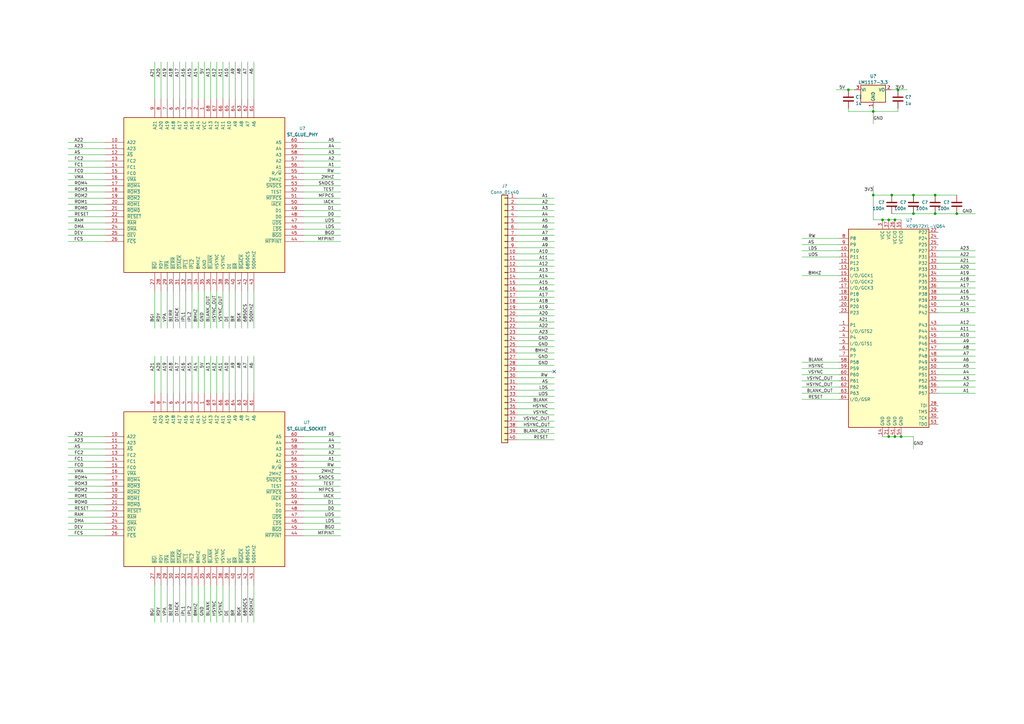
<source format=kicad_sch>
(kicad_sch (version 20211123) (generator eeschema)
  (paper "A3")
  (lib_symbols
    (symbol "CPLD_Xilinx:XC9572XL-VQ64"
      (property "Reference" "U" (at -16.51 40.64 0))
      (property "Value" "XC9572XL-VQ64" (at -16.51 -43.18 0))
      (symbol "XC9572XL-VQ64_1_1"
        (rectangle (start -16.51 39.37) (end 16.51 -41.91) (stroke (width 0.254)) (fill (type background)))
        (pin bidirectional line (at -20.32 0 0) (length 3.81) (name "P1") (number "1"))
        (pin bidirectional line (at -20.32 30.48 0) (length 3.81) (name "P10") (number "10"))
        (pin bidirectional line (at -20.32 27.94 0) (length 3.81) (name "P11") (number "11"))
        (pin bidirectional line (at -20.32 25.4 0) (length 3.81) (name "P12") (number "12"))
        (pin bidirectional line (at -20.32 22.86 0) (length 3.81) (name "P13") (number "13"))
        (pin power_in line (at -2.54 -45.72 90) (length 3.81) (name "GND") (number "14"))
        (pin bidirectional line (at -20.32 20.32 0) (length 3.81) (name "I/O/GCK1") (number "15"))
        (pin bidirectional line (at -20.32 17.78 0) (length 3.81) (name "I/O/GCK2") (number "16"))
        (pin bidirectional line (at -20.32 15.24 0) (length 3.81) (name "I/O/GCK3") (number "17"))
        (pin bidirectional line (at -20.32 12.7 0) (length 3.81) (name "P18") (number "18"))
        (pin bidirectional line (at -20.32 10.16 0) (length 3.81) (name "P19") (number "19"))
        (pin bidirectional line (at -20.32 -2.54 0) (length 3.81) (name "I/O/GTS2") (number "2"))
        (pin bidirectional line (at -20.32 7.62 0) (length 3.81) (name "P20") (number "20"))
        (pin power_in line (at 0 -45.72 90) (length 3.81) (name "GND") (number "21"))
        (pin bidirectional line (at 20.32 38.1 180) (length 3.81) (name "P22") (number "22"))
        (pin bidirectional line (at -20.32 5.08 0) (length 3.81) (name "P23") (number "23"))
        (pin bidirectional line (at 20.32 35.56 180) (length 3.81) (name "P24") (number "24"))
        (pin bidirectional line (at 20.32 33.02 180) (length 3.81) (name "P25") (number "25"))
        (pin power_in line (at 2.54 43.18 270) (length 3.81) (name "VCCIO") (number "26"))
        (pin bidirectional line (at 20.32 30.48 180) (length 3.81) (name "P27") (number "27"))
        (pin input line (at 20.32 -33.02 180) (length 3.81) (name "TDI") (number "28"))
        (pin input line (at 20.32 -35.56 180) (length 3.81) (name "TMS") (number "29"))
        (pin power_in line (at -2.54 43.18 270) (length 3.81) (name "VCC") (number "3"))
        (pin input line (at 20.32 -38.1 180) (length 3.81) (name "TCK") (number "30"))
        (pin bidirectional line (at 20.32 27.94 180) (length 3.81) (name "P31") (number "31"))
        (pin bidirectional line (at 20.32 25.4 180) (length 3.81) (name "P32") (number "32"))
        (pin bidirectional line (at 20.32 22.86 180) (length 3.81) (name "P33") (number "33"))
        (pin bidirectional line (at 20.32 20.32 180) (length 3.81) (name "P34") (number "34"))
        (pin bidirectional line (at 20.32 17.78 180) (length 3.81) (name "P35") (number "35"))
        (pin bidirectional line (at 20.32 15.24 180) (length 3.81) (name "P36") (number "36"))
        (pin power_in line (at 0 43.18 270) (length 3.81) (name "VCC") (number "37"))
        (pin bidirectional line (at 20.32 12.7 180) (length 3.81) (name "P38") (number "38"))
        (pin bidirectional line (at 20.32 10.16 180) (length 3.81) (name "P39") (number "39"))
        (pin bidirectional line (at -20.32 -5.08 0) (length 3.81) (name "P4") (number "4"))
        (pin bidirectional line (at 20.32 7.62 180) (length 3.81) (name "P40") (number "40"))
        (pin power_in line (at 2.54 -45.72 90) (length 3.81) (name "GND") (number "41"))
        (pin bidirectional line (at 20.32 5.08 180) (length 3.81) (name "P42") (number "42"))
        (pin bidirectional line (at 20.32 0 180) (length 3.81) (name "P43") (number "43"))
        (pin bidirectional line (at 20.32 -2.54 180) (length 3.81) (name "P44") (number "44"))
        (pin bidirectional line (at 20.32 -5.08 180) (length 3.81) (name "P45") (number "45"))
        (pin bidirectional line (at 20.32 -7.62 180) (length 3.81) (name "P46") (number "46"))
        (pin bidirectional line (at 20.32 -10.16 180) (length 3.81) (name "P47") (number "47"))
        (pin bidirectional line (at 20.32 -12.7 180) (length 3.81) (name "P48") (number "48"))
        (pin bidirectional line (at 20.32 -15.24 180) (length 3.81) (name "P49") (number "49"))
        (pin bidirectional line (at -20.32 -7.62 0) (length 3.81) (name "I/O/GTS1") (number "5"))
        (pin bidirectional line (at 20.32 -17.78 180) (length 3.81) (name "P50") (number "50"))
        (pin bidirectional line (at 20.32 -20.32 180) (length 3.81) (name "P51") (number "51"))
        (pin bidirectional line (at 20.32 -22.86 180) (length 3.81) (name "P52") (number "52"))
        (pin output line (at 20.32 -40.64 180) (length 3.81) (name "TDO") (number "53"))
        (pin power_in line (at 5.08 -45.72 90) (length 3.81) (name "GND") (number "54"))
        (pin power_in line (at 5.08 43.18 270) (length 3.81) (name "VCCIO") (number "55"))
        (pin bidirectional line (at 20.32 -25.4 180) (length 3.81) (name "P56") (number "56"))
        (pin bidirectional line (at 20.32 -27.94 180) (length 3.81) (name "P57") (number "57"))
        (pin bidirectional line (at -20.32 -15.24 0) (length 3.81) (name "P58") (number "58"))
        (pin bidirectional line (at -20.32 -17.78 0) (length 3.81) (name "P59") (number "59"))
        (pin bidirectional line (at -20.32 -10.16 0) (length 3.81) (name "P6") (number "6"))
        (pin bidirectional line (at -20.32 -20.32 0) (length 3.81) (name "P60") (number "60"))
        (pin bidirectional line (at -20.32 -22.86 0) (length 3.81) (name "P61") (number "61"))
        (pin bidirectional line (at -20.32 -25.4 0) (length 3.81) (name "P62") (number "62"))
        (pin bidirectional line (at -20.32 -27.94 0) (length 3.81) (name "P63") (number "63"))
        (pin bidirectional line (at -20.32 -30.48 0) (length 3.81) (name "I/O/GSR") (number "64"))
        (pin bidirectional line (at -20.32 -12.7 0) (length 3.81) (name "P7") (number "7"))
        (pin bidirectional line (at -20.32 35.56 0) (length 3.81) (name "P8") (number "8"))
        (pin bidirectional line (at -20.32 33.02 0) (length 3.81) (name "P9") (number "9"))
      )
    )
    (symbol "Connector_Generic:Conn_01x40" (pin_names (offset 1.016) hide)
      (property "Reference" "J" (at 0 50.8 0))
      (property "Value" "Conn_01x40" (at 0 -53.34 0))
      (symbol "Conn_01x40_1_1"
        (rectangle (start -1.27 -50.673) (end 0 -50.927) (stroke (width 0.1524)))
        (rectangle (start -1.27 -48.133) (end 0 -48.387) (stroke (width 0.1524)))
        (rectangle (start -1.27 -45.593) (end 0 -45.847) (stroke (width 0.1524)))
        (rectangle (start -1.27 -43.053) (end 0 -43.307) (stroke (width 0.1524)))
        (rectangle (start -1.27 -40.513) (end 0 -40.767) (stroke (width 0.1524)))
        (rectangle (start -1.27 -37.973) (end 0 -38.227) (stroke (width 0.1524)))
        (rectangle (start -1.27 -35.433) (end 0 -35.687) (stroke (width 0.1524)))
        (rectangle (start -1.27 -32.893) (end 0 -33.147) (stroke (width 0.1524)))
        (rectangle (start -1.27 -30.353) (end 0 -30.607) (stroke (width 0.1524)))
        (rectangle (start -1.27 -27.813) (end 0 -28.067) (stroke (width 0.1524)))
        (rectangle (start -1.27 -25.273) (end 0 -25.527) (stroke (width 0.1524)))
        (rectangle (start -1.27 -22.733) (end 0 -22.987) (stroke (width 0.1524)))
        (rectangle (start -1.27 -20.193) (end 0 -20.447) (stroke (width 0.1524)))
        (rectangle (start -1.27 -17.653) (end 0 -17.907) (stroke (width 0.1524)))
        (rectangle (start -1.27 -15.113) (end 0 -15.367) (stroke (width 0.1524)))
        (rectangle (start -1.27 -12.573) (end 0 -12.827) (stroke (width 0.1524)))
        (rectangle (start -1.27 -10.033) (end 0 -10.287) (stroke (width 0.1524)))
        (rectangle (start -1.27 -7.493) (end 0 -7.747) (stroke (width 0.1524)))
        (rectangle (start -1.27 -4.953) (end 0 -5.207) (stroke (width 0.1524)))
        (rectangle (start -1.27 -2.413) (end 0 -2.667) (stroke (width 0.1524)))
        (rectangle (start -1.27 0.127) (end 0 -0.127) (stroke (width 0.1524)))
        (rectangle (start -1.27 2.667) (end 0 2.413) (stroke (width 0.1524)))
        (rectangle (start -1.27 5.207) (end 0 4.953) (stroke (width 0.1524)))
        (rectangle (start -1.27 7.747) (end 0 7.493) (stroke (width 0.1524)))
        (rectangle (start -1.27 10.287) (end 0 10.033) (stroke (width 0.1524)))
        (rectangle (start -1.27 12.827) (end 0 12.573) (stroke (width 0.1524)))
        (rectangle (start -1.27 15.367) (end 0 15.113) (stroke (width 0.1524)))
        (rectangle (start -1.27 17.907) (end 0 17.653) (stroke (width 0.1524)))
        (rectangle (start -1.27 20.447) (end 0 20.193) (stroke (width 0.1524)))
        (rectangle (start -1.27 22.987) (end 0 22.733) (stroke (width 0.1524)))
        (rectangle (start -1.27 25.527) (end 0 25.273) (stroke (width 0.1524)))
        (rectangle (start -1.27 28.067) (end 0 27.813) (stroke (width 0.1524)))
        (rectangle (start -1.27 30.607) (end 0 30.353) (stroke (width 0.1524)))
        (rectangle (start -1.27 33.147) (end 0 32.893) (stroke (width 0.1524)))
        (rectangle (start -1.27 35.687) (end 0 35.433) (stroke (width 0.1524)))
        (rectangle (start -1.27 38.227) (end 0 37.973) (stroke (width 0.1524)))
        (rectangle (start -1.27 40.767) (end 0 40.513) (stroke (width 0.1524)))
        (rectangle (start -1.27 43.307) (end 0 43.053) (stroke (width 0.1524)))
        (rectangle (start -1.27 45.847) (end 0 45.593) (stroke (width 0.1524)))
        (rectangle (start -1.27 48.387) (end 0 48.133) (stroke (width 0.1524)))
        (rectangle (start -1.27 49.53) (end 1.27 -52.07) (stroke (width 0.254)) (fill (type background)))
        (pin passive line (at -5.08 48.26 0) (length 3.81) (name "Pin_1") (number "1"))
        (pin passive line (at -5.08 25.4 0) (length 3.81) (name "Pin_10") (number "10"))
        (pin passive line (at -5.08 22.86 0) (length 3.81) (name "Pin_11") (number "11"))
        (pin passive line (at -5.08 20.32 0) (length 3.81) (name "Pin_12") (number "12"))
        (pin passive line (at -5.08 17.78 0) (length 3.81) (name "Pin_13") (number "13"))
        (pin passive line (at -5.08 15.24 0) (length 3.81) (name "Pin_14") (number "14"))
        (pin passive line (at -5.08 12.7 0) (length 3.81) (name "Pin_15") (number "15"))
        (pin passive line (at -5.08 10.16 0) (length 3.81) (name "Pin_16") (number "16"))
        (pin passive line (at -5.08 7.62 0) (length 3.81) (name "Pin_17") (number "17"))
        (pin passive line (at -5.08 5.08 0) (length 3.81) (name "Pin_18") (number "18"))
        (pin passive line (at -5.08 2.54 0) (length 3.81) (name "Pin_19") (number "19"))
        (pin passive line (at -5.08 45.72 0) (length 3.81) (name "Pin_2") (number "2"))
        (pin passive line (at -5.08 0 0) (length 3.81) (name "Pin_20") (number "20"))
        (pin passive line (at -5.08 -2.54 0) (length 3.81) (name "Pin_21") (number "21"))
        (pin passive line (at -5.08 -5.08 0) (length 3.81) (name "Pin_22") (number "22"))
        (pin passive line (at -5.08 -7.62 0) (length 3.81) (name "Pin_23") (number "23"))
        (pin passive line (at -5.08 -10.16 0) (length 3.81) (name "Pin_24") (number "24"))
        (pin passive line (at -5.08 -12.7 0) (length 3.81) (name "Pin_25") (number "25"))
        (pin passive line (at -5.08 -15.24 0) (length 3.81) (name "Pin_26") (number "26"))
        (pin passive line (at -5.08 -17.78 0) (length 3.81) (name "Pin_27") (number "27"))
        (pin passive line (at -5.08 -20.32 0) (length 3.81) (name "Pin_28") (number "28"))
        (pin passive line (at -5.08 -22.86 0) (length 3.81) (name "Pin_29") (number "29"))
        (pin passive line (at -5.08 43.18 0) (length 3.81) (name "Pin_3") (number "3"))
        (pin passive line (at -5.08 -25.4 0) (length 3.81) (name "Pin_30") (number "30"))
        (pin passive line (at -5.08 -27.94 0) (length 3.81) (name "Pin_31") (number "31"))
        (pin passive line (at -5.08 -30.48 0) (length 3.81) (name "Pin_32") (number "32"))
        (pin passive line (at -5.08 -33.02 0) (length 3.81) (name "Pin_33") (number "33"))
        (pin passive line (at -5.08 -35.56 0) (length 3.81) (name "Pin_34") (number "34"))
        (pin passive line (at -5.08 -38.1 0) (length 3.81) (name "Pin_35") (number "35"))
        (pin passive line (at -5.08 -40.64 0) (length 3.81) (name "Pin_36") (number "36"))
        (pin passive line (at -5.08 -43.18 0) (length 3.81) (name "Pin_37") (number "37"))
        (pin passive line (at -5.08 -45.72 0) (length 3.81) (name "Pin_38") (number "38"))
        (pin passive line (at -5.08 -48.26 0) (length 3.81) (name "Pin_39") (number "39"))
        (pin passive line (at -5.08 40.64 0) (length 3.81) (name "Pin_4") (number "4"))
        (pin passive line (at -5.08 -50.8 0) (length 3.81) (name "Pin_40") (number "40"))
        (pin passive line (at -5.08 38.1 0) (length 3.81) (name "Pin_5") (number "5"))
        (pin passive line (at -5.08 35.56 0) (length 3.81) (name "Pin_6") (number "6"))
        (pin passive line (at -5.08 33.02 0) (length 3.81) (name "Pin_7") (number "7"))
        (pin passive line (at -5.08 30.48 0) (length 3.81) (name "Pin_8") (number "8"))
        (pin passive line (at -5.08 27.94 0) (length 3.81) (name "Pin_9") (number "9"))
      )
    )
    (symbol "Device:C" (pin_numbers hide) (pin_names (offset 0.254))
      (property "Reference" "C" (at 0.635 2.54 0))
      (property "Value" "C" (at 0.635 -2.54 0))
      (symbol "C_0_1"
        (polyline (pts (xy -2.032 -0.762) (xy 2.032 -0.762)) (stroke (width 0.508)))
        (polyline (pts (xy -2.032 0.762) (xy 2.032 0.762)) (stroke (width 0.508)))
      )
      (symbol "C_1_1"
        (pin passive line (at 0 3.81 270) (length 2.794) (name "~") (number "1"))
        (pin passive line (at 0 -3.81 90) (length 2.794) (name "~") (number "2"))
      )
    )
    (symbol "Regulator_Linear:LM1117-3.3" (pin_names (offset 0.254))
      (property "Reference" "U" (at -3.81 3.175 0))
      (property "Value" "LM1117-3.3" (at 0 3.175 0))
      (symbol "LM1117-3.3_0_1"
        (rectangle (start -5.08 -5.08) (end 5.08 1.905) (stroke (width 0.254)) (fill (type background)))
      )
      (symbol "LM1117-3.3_1_1"
        (pin power_in line (at 0 -7.62 90) (length 2.54) (name "GND") (number "1"))
        (pin power_out line (at 7.62 0 180) (length 2.54) (name "VO") (number "2"))
        (pin power_in line (at -7.62 0 0) (length 2.54) (name "VI") (number "3"))
      )
    )
    (symbol "st_glue:ST_GLUE_PHY" (pin_names (offset 1.27))
      (property "Reference" "U" (at 22.86 36.83 0))
      (property "Value" "ST_GLUE_PHY" (at 22.86 34.29 0))
      (symbol "ST_GLUE_PHY_0_0"
        (rectangle (start -33.02 31.75) (end 33.02 -31.75) (stroke (width 0.254)) (fill (type background)))
        (pin power_in line (at 0 39.37 270) (length 7.62) (name "VCC") (number "1"))
        (pin input line (at -40.64 21.59 0) (length 7.62) (name "A22") (number "10"))
        (pin input line (at -40.64 19.05 0) (length 7.62) (name "A23") (number "11"))
        (pin bidirectional line (at -40.64 16.51 0) (length 7.62) (name "~{AS}") (number "12"))
        (pin bidirectional line (at -40.64 13.97 0) (length 7.62) (name "FC2") (number "13"))
        (pin bidirectional line (at -40.64 11.43 0) (length 7.62) (name "FC1") (number "14"))
        (pin bidirectional line (at -40.64 8.89 0) (length 7.62) (name "FC0") (number "15"))
        (pin input line (at -40.64 6.35 0) (length 7.62) (name "~{VMA}") (number "16"))
        (pin output line (at -40.64 3.81 0) (length 7.62) (name "~{ROM4}") (number "17"))
        (pin output line (at -40.64 1.27 0) (length 7.62) (name "~{ROM3}") (number "18"))
        (pin output line (at -40.64 -1.27 0) (length 7.62) (name "~{ROM2}") (number "19"))
        (pin input line (at -2.54 39.37 270) (length 7.62) (name "A14") (number "2"))
        (pin output line (at -40.64 -3.81 0) (length 7.62) (name "~{ROM1}") (number "20"))
        (pin output line (at -40.64 -6.35 0) (length 7.62) (name "~{ROM0}") (number "21"))
        (pin input line (at -40.64 -8.89 0) (length 7.62) (name "~{RESET}") (number "22"))
        (pin output line (at -40.64 -11.43 0) (length 7.62) (name "~{RAM}") (number "23"))
        (pin output line (at -40.64 -13.97 0) (length 7.62) (name "~{DMA}") (number "24"))
        (pin output line (at -40.64 -16.51 0) (length 7.62) (name "~{DEV}") (number "25"))
        (pin output line (at -40.64 -19.05 0) (length 7.62) (name "~{FCS}") (number "26"))
        (pin input line (at -20.32 -39.37 90) (length 7.62) (name "~{BGI}") (number "27"))
        (pin bidirectional line (at -17.78 -39.37 90) (length 7.62) (name "RDY") (number "28"))
        (pin output line (at -15.24 -39.37 90) (length 7.62) (name "~{VPA}") (number "29"))
        (pin input line (at -5.08 39.37 270) (length 7.62) (name "A15") (number "3"))
        (pin output line (at -12.7 -39.37 90) (length 7.62) (name "~{BERR}") (number "30"))
        (pin bidirectional line (at -10.16 -39.37 90) (length 7.62) (name "~{DTACK}") (number "31"))
        (pin output line (at -7.62 -39.37 90) (length 7.62) (name "~{IPL1}") (number "32"))
        (pin output line (at -5.08 -39.37 90) (length 7.62) (name "~{IPL2}") (number "33"))
        (pin input line (at -2.54 -39.37 90) (length 7.62) (name "8MHZ") (number "34"))
        (pin power_in line (at 0 -39.37 90) (length 7.62) (name "GND") (number "35"))
        (pin output line (at 2.54 -39.37 90) (length 7.62) (name "~{BLANK}") (number "36"))
        (pin bidirectional line (at 5.08 -39.37 90) (length 7.62) (name "HSYNC") (number "37"))
        (pin bidirectional line (at 7.62 -39.37 90) (length 7.62) (name "VSYNC") (number "38"))
        (pin output line (at 10.16 -39.37 90) (length 7.62) (name "DE") (number "39"))
        (pin input line (at -7.62 39.37 270) (length 7.62) (name "A16") (number "4"))
        (pin output line (at 12.7 -39.37 90) (length 7.62) (name "~{BR}") (number "40"))
        (pin output line (at 15.24 -39.37 90) (length 7.62) (name "~{BGACK}") (number "41"))
        (pin output line (at 17.78 -39.37 90) (length 7.62) (name "6850CS") (number "42"))
        (pin output line (at 20.32 -39.37 90) (length 7.62) (name "500KHZ") (number "43"))
        (pin input line (at 40.64 -19.05 180) (length 7.62) (name "~{MFPINT}") (number "44"))
        (pin output line (at 40.64 -16.51 180) (length 7.62) (name "~{BGO}") (number "45"))
        (pin bidirectional line (at 40.64 -13.97 180) (length 7.62) (name "~{LDS}") (number "46"))
        (pin bidirectional line (at 40.64 -11.43 180) (length 7.62) (name "~{UDS}") (number "47"))
        (pin bidirectional line (at 40.64 -8.89 180) (length 7.62) (name "D0") (number "48"))
        (pin bidirectional line (at 40.64 -6.35 180) (length 7.62) (name "D1") (number "49"))
        (pin input line (at -10.16 39.37 270) (length 7.62) (name "A17") (number "5"))
        (pin output line (at 40.64 -3.81 180) (length 7.62) (name "~{IACK}") (number "50"))
        (pin output line (at 40.64 -1.27 180) (length 7.62) (name "~{MFPCS}") (number "51"))
        (pin input line (at 40.64 1.27 180) (length 7.62) (name "TEST") (number "52"))
        (pin output line (at 40.64 3.81 180) (length 7.62) (name "~{SNDCS}") (number "53"))
        (pin output line (at 40.64 6.35 180) (length 7.62) (name "2MHZ") (number "54"))
        (pin bidirectional line (at 40.64 8.89 180) (length 7.62) (name "R/~{W}") (number "55"))
        (pin input line (at 40.64 11.43 180) (length 7.62) (name "A1") (number "56"))
        (pin input line (at 40.64 13.97 180) (length 7.62) (name "A2") (number "57"))
        (pin input line (at 40.64 16.51 180) (length 7.62) (name "A3") (number "58"))
        (pin input line (at 40.64 19.05 180) (length 7.62) (name "A4") (number "59"))
        (pin input line (at -12.7 39.37 270) (length 7.62) (name "A18") (number "6"))
        (pin input line (at 40.64 21.59 180) (length 7.62) (name "A5") (number "60"))
        (pin input line (at 20.32 39.37 270) (length 7.62) (name "A6") (number "61"))
        (pin input line (at 17.78 39.37 270) (length 7.62) (name "A7") (number "62"))
        (pin input line (at 15.24 39.37 270) (length 7.62) (name "A8") (number "63"))
        (pin input line (at 12.7 39.37 270) (length 7.62) (name "A9") (number "64"))
        (pin input line (at 10.16 39.37 270) (length 7.62) (name "A10") (number "65"))
        (pin input line (at 7.62 39.37 270) (length 7.62) (name "A11") (number "66"))
        (pin input line (at 5.08 39.37 270) (length 7.62) (name "A12") (number "67"))
        (pin input line (at 2.54 39.37 270) (length 7.62) (name "A13") (number "68"))
        (pin input line (at -15.24 39.37 270) (length 7.62) (name "A19") (number "7"))
        (pin input line (at -17.78 39.37 270) (length 7.62) (name "A20") (number "8"))
        (pin input line (at -20.32 39.37 270) (length 7.62) (name "A21") (number "9"))
      )
    )
    (symbol "st_glue:ST_GLUE_SOCKET" (pin_names (offset 1.27))
      (property "Reference" "U" (at 22.86 36.83 0))
      (property "Value" "ST_GLUE_SOCKET" (at 22.86 34.29 0))
      (symbol "ST_GLUE_SOCKET_0_0"
        (rectangle (start -33.02 31.75) (end 33.02 -31.75) (stroke (width 0.254)) (fill (type background)))
        (pin passive line (at 0 39.37 270) (length 7.62) (name "VCC") (number "1"))
        (pin passive line (at -40.64 21.59 0) (length 7.62) (name "A22") (number "10"))
        (pin passive line (at -40.64 19.05 0) (length 7.62) (name "A23") (number "11"))
        (pin passive line (at -40.64 16.51 0) (length 7.62) (name "~{AS}") (number "12"))
        (pin passive line (at -40.64 13.97 0) (length 7.62) (name "FC2") (number "13"))
        (pin passive line (at -40.64 11.43 0) (length 7.62) (name "FC1") (number "14"))
        (pin passive line (at -40.64 8.89 0) (length 7.62) (name "FC0") (number "15"))
        (pin passive line (at -40.64 6.35 0) (length 7.62) (name "~{VMA}") (number "16"))
        (pin passive line (at -40.64 3.81 0) (length 7.62) (name "~{ROM4}") (number "17"))
        (pin passive line (at -40.64 1.27 0) (length 7.62) (name "~{ROM3}") (number "18"))
        (pin passive line (at -40.64 -1.27 0) (length 7.62) (name "~{ROM2}") (number "19"))
        (pin passive line (at -2.54 39.37 270) (length 7.62) (name "A14") (number "2"))
        (pin passive line (at -40.64 -3.81 0) (length 7.62) (name "~{ROM1}") (number "20"))
        (pin passive line (at -40.64 -6.35 0) (length 7.62) (name "~{ROM0}") (number "21"))
        (pin passive line (at -40.64 -8.89 0) (length 7.62) (name "~{RESET}") (number "22"))
        (pin passive line (at -40.64 -11.43 0) (length 7.62) (name "~{RAM}") (number "23"))
        (pin passive line (at -40.64 -13.97 0) (length 7.62) (name "~{DMA}") (number "24"))
        (pin passive line (at -40.64 -16.51 0) (length 7.62) (name "~{DEV}") (number "25"))
        (pin passive line (at -40.64 -19.05 0) (length 7.62) (name "~{FCS}") (number "26"))
        (pin passive line (at -20.32 -39.37 90) (length 7.62) (name "~{BGI}") (number "27"))
        (pin passive line (at -17.78 -39.37 90) (length 7.62) (name "RDY") (number "28"))
        (pin passive line (at -15.24 -39.37 90) (length 7.62) (name "~{VPA}") (number "29"))
        (pin passive line (at -5.08 39.37 270) (length 7.62) (name "A15") (number "3"))
        (pin passive line (at -12.7 -39.37 90) (length 7.62) (name "~{BERR}") (number "30"))
        (pin passive line (at -10.16 -39.37 90) (length 7.62) (name "~{DTACK}") (number "31"))
        (pin passive line (at -7.62 -39.37 90) (length 7.62) (name "~{IPL1}") (number "32"))
        (pin passive line (at -5.08 -39.37 90) (length 7.62) (name "~{IPL2}") (number "33"))
        (pin passive line (at -2.54 -39.37 90) (length 7.62) (name "8MHZ") (number "34"))
        (pin passive line (at 0 -39.37 90) (length 7.62) (name "GND") (number "35"))
        (pin passive line (at 2.54 -39.37 90) (length 7.62) (name "~{BLANK}") (number "36"))
        (pin passive line (at 5.08 -39.37 90) (length 7.62) (name "HSYNC") (number "37"))
        (pin passive line (at 7.62 -39.37 90) (length 7.62) (name "VSYNC") (number "38"))
        (pin passive line (at 10.16 -39.37 90) (length 7.62) (name "DE") (number "39"))
        (pin passive line (at -7.62 39.37 270) (length 7.62) (name "A16") (number "4"))
        (pin passive line (at 12.7 -39.37 90) (length 7.62) (name "~{BR}") (number "40"))
        (pin passive line (at 15.24 -39.37 90) (length 7.62) (name "~{BGACK}") (number "41"))
        (pin passive line (at 17.78 -39.37 90) (length 7.62) (name "6850CS") (number "42"))
        (pin passive line (at 20.32 -39.37 90) (length 7.62) (name "500KHZ") (number "43"))
        (pin passive line (at 40.64 -19.05 180) (length 7.62) (name "~{MFPINT}") (number "44"))
        (pin passive line (at 40.64 -16.51 180) (length 7.62) (name "~{BGO}") (number "45"))
        (pin passive line (at 40.64 -13.97 180) (length 7.62) (name "~{LDS}") (number "46"))
        (pin passive line (at 40.64 -11.43 180) (length 7.62) (name "~{UDS}") (number "47"))
        (pin passive line (at 40.64 -8.89 180) (length 7.62) (name "D0") (number "48"))
        (pin passive line (at 40.64 -6.35 180) (length 7.62) (name "D1") (number "49"))
        (pin passive line (at -10.16 39.37 270) (length 7.62) (name "A17") (number "5"))
        (pin passive line (at 40.64 -3.81 180) (length 7.62) (name "~{IACK}") (number "50"))
        (pin passive line (at 40.64 -1.27 180) (length 7.62) (name "~{MFPCS}") (number "51"))
        (pin passive line (at 40.64 1.27 180) (length 7.62) (name "TEST") (number "52"))
        (pin passive line (at 40.64 3.81 180) (length 7.62) (name "~{SNDCS}") (number "53"))
        (pin passive line (at 40.64 6.35 180) (length 7.62) (name "2MHZ") (number "54"))
        (pin passive line (at 40.64 8.89 180) (length 7.62) (name "R/~{W}") (number "55"))
        (pin passive line (at 40.64 11.43 180) (length 7.62) (name "A1") (number "56"))
        (pin passive line (at 40.64 13.97 180) (length 7.62) (name "A2") (number "57"))
        (pin passive line (at 40.64 16.51 180) (length 7.62) (name "A3") (number "58"))
        (pin passive line (at 40.64 19.05 180) (length 7.62) (name "A4") (number "59"))
        (pin passive line (at -12.7 39.37 270) (length 7.62) (name "A18") (number "6"))
        (pin passive line (at 40.64 21.59 180) (length 7.62) (name "A5") (number "60"))
        (pin passive line (at 20.32 39.37 270) (length 7.62) (name "A6") (number "61"))
        (pin passive line (at 17.78 39.37 270) (length 7.62) (name "A7") (number "62"))
        (pin passive line (at 15.24 39.37 270) (length 7.62) (name "A8") (number "63"))
        (pin passive line (at 12.7 39.37 270) (length 7.62) (name "A9") (number "64"))
        (pin passive line (at 10.16 39.37 270) (length 7.62) (name "A10") (number "65"))
        (pin passive line (at 7.62 39.37 270) (length 7.62) (name "A11") (number "66"))
        (pin passive line (at 5.08 39.37 270) (length 7.62) (name "A12") (number "67"))
        (pin passive line (at 2.54 39.37 270) (length 7.62) (name "A13") (number "68"))
        (pin passive line (at -15.24 39.37 270) (length 7.62) (name "A19") (number "7"))
        (pin passive line (at -17.78 39.37 270) (length 7.62) (name "A20") (number "8"))
        (pin passive line (at -20.32 39.37 270) (length 7.62) (name "A21") (number "9"))
      )
    )
  )
  (junction (at 364.49 179.07))
  (junction (at 374.65 80.01))
  (junction (at 364.49 90.17))
  (junction (at 374.65 87.63))
  (junction (at 358.14 80.01))
  (junction (at 367.03 179.07))
  (junction (at 358.14 45.72))
  (junction (at 367.03 90.17))
  (junction (at 347.98 36.83))
  (junction (at 392.43 87.63))
  (junction (at 368.3 36.83))
  (junction (at 369.57 179.07))
  (junction (at 365.76 80.01))
  (junction (at 383.54 80.01))
  (junction (at 361.95 90.17))
  (junction (at 383.54 87.63))
  (no_connect (at 227.33 152.4))
  (wire (pts (xy 227.33 177.8) (xy 212.09 177.8)))
  (wire (pts (xy 367.03 90.17) (xy 364.49 90.17)))
  (wire (pts (xy 101.6 161.29) (xy 101.6 146.05)))
  (wire (pts (xy 124.46 212.09) (xy 139.7 212.09)))
  (wire (pts (xy 81.28 161.29) (xy 81.28 146.05)))
  (wire (pts (xy 124.46 204.47) (xy 139.7 204.47)))
  (wire (pts (xy 124.46 199.39) (xy 139.7 199.39)))
  (wire (pts (xy 364.49 179.07) (xy 367.03 179.07)))
  (wire (pts (xy 328.93 156.21) (xy 344.17 156.21)))
  (wire (pts (xy 27.94 214.63) (xy 43.18 214.63)))
  (wire (pts (xy 88.9 240.03) (xy 88.9 255.27)))
  (wire (pts (xy 384.81 113.03) (xy 400.05 113.03)))
  (wire (pts (xy 91.44 119.38) (xy 91.44 134.62)))
  (wire (pts (xy 78.74 161.29) (xy 78.74 146.05)))
  (wire (pts (xy 78.74 240.03) (xy 78.74 255.27)))
  (wire (pts (xy 88.9 119.38) (xy 88.9 134.62)))
  (wire (pts (xy 101.6 40.64) (xy 101.6 25.4)))
  (wire (pts (xy 384.81 102.87) (xy 400.05 102.87)))
  (wire (pts (xy 93.98 40.64) (xy 93.98 25.4)))
  (wire (pts (xy 212.09 147.32) (xy 227.33 147.32)))
  (wire (pts (xy 43.18 81.28) (xy 27.94 81.28)))
  (wire (pts (xy 83.82 240.03) (xy 83.82 255.27)))
  (wire (pts (xy 124.46 86.36) (xy 139.7 86.36)))
  (wire (pts (xy 124.46 71.12) (xy 139.7 71.12)))
  (wire (pts (xy 83.82 119.38) (xy 83.82 134.62)))
  (wire (pts (xy 358.14 44.45) (xy 358.14 45.72)))
  (wire (pts (xy 63.5 40.64) (xy 63.5 25.4)))
  (wire (pts (xy 86.36 161.29) (xy 86.36 146.05)))
  (wire (pts (xy 71.12 119.38) (xy 71.12 134.62)))
  (wire (pts (xy 124.46 68.58) (xy 139.7 68.58)))
  (wire (pts (xy 76.2 161.29) (xy 76.2 146.05)))
  (wire (pts (xy 43.18 191.77) (xy 27.94 191.77)))
  (wire (pts (xy 369.57 90.17) (xy 367.03 90.17)))
  (wire (pts (xy 374.65 87.63) (xy 365.76 87.63)))
  (wire (pts (xy 344.17 105.41) (xy 328.93 105.41)))
  (wire (pts (xy 358.14 45.72) (xy 358.14 50.8)))
  (wire (pts (xy 43.18 68.58) (xy 27.94 68.58)))
  (wire (pts (xy 212.09 101.6) (xy 227.33 101.6)))
  (wire (pts (xy 384.81 146.05) (xy 400.05 146.05)))
  (wire (pts (xy 212.09 124.46) (xy 227.33 124.46)))
  (wire (pts (xy 71.12 40.64) (xy 71.12 25.4)))
  (wire (pts (xy 212.09 152.4) (xy 227.33 152.4)))
  (wire (pts (xy 212.09 167.64) (xy 227.33 167.64)))
  (wire (pts (xy 212.09 116.84) (xy 227.33 116.84)))
  (wire (pts (xy 86.36 119.38) (xy 86.36 134.62)))
  (wire (pts (xy 27.94 99.06) (xy 43.18 99.06)))
  (wire (pts (xy 124.46 73.66) (xy 139.7 73.66)))
  (wire (pts (xy 344.17 151.13) (xy 328.93 151.13)))
  (wire (pts (xy 212.09 149.86) (xy 227.33 149.86)))
  (wire (pts (xy 212.09 114.3) (xy 227.33 114.3)))
  (wire (pts (xy 27.94 91.44) (xy 43.18 91.44)))
  (wire (pts (xy 400.05 87.63) (xy 392.43 87.63)))
  (wire (pts (xy 384.81 158.75) (xy 400.05 158.75)))
  (wire (pts (xy 104.14 119.38) (xy 104.14 134.62)))
  (wire (pts (xy 392.43 87.63) (xy 383.54 87.63)))
  (wire (pts (xy 43.18 86.36) (xy 27.94 86.36)))
  (wire (pts (xy 96.52 119.38) (xy 96.52 134.62)))
  (wire (pts (xy 212.09 132.08) (xy 227.33 132.08)))
  (wire (pts (xy 344.17 148.59) (xy 328.93 148.59)))
  (wire (pts (xy 358.14 45.72) (xy 347.98 45.72)))
  (wire (pts (xy 71.12 240.03) (xy 71.12 255.27)))
  (wire (pts (xy 43.18 184.15) (xy 27.94 184.15)))
  (wire (pts (xy 124.46 219.71) (xy 139.7 219.71)))
  (wire (pts (xy 344.17 102.87) (xy 328.93 102.87)))
  (wire (pts (xy 27.94 217.17) (xy 43.18 217.17)))
  (wire (pts (xy 344.17 97.79) (xy 328.93 97.79)))
  (wire (pts (xy 328.93 158.75) (xy 344.17 158.75)))
  (wire (pts (xy 43.18 181.61) (xy 27.94 181.61)))
  (wire (pts (xy 104.14 40.64) (xy 104.14 25.4)))
  (wire (pts (xy 384.81 156.21) (xy 400.05 156.21)))
  (wire (pts (xy 124.46 189.23) (xy 139.7 189.23)))
  (wire (pts (xy 212.09 137.16) (xy 227.33 137.16)))
  (wire (pts (xy 124.46 217.17) (xy 139.7 217.17)))
  (wire (pts (xy 43.18 186.69) (xy 27.94 186.69)))
  (wire (pts (xy 124.46 186.69) (xy 139.7 186.69)))
  (wire (pts (xy 73.66 40.64) (xy 73.66 25.4)))
  (wire (pts (xy 358.14 76.2) (xy 358.14 80.01)))
  (wire (pts (xy 383.54 80.01) (xy 374.65 80.01)))
  (wire (pts (xy 212.09 160.02) (xy 227.33 160.02)))
  (wire (pts (xy 212.09 121.92) (xy 227.33 121.92)))
  (wire (pts (xy 68.58 240.03) (xy 68.58 255.27)))
  (wire (pts (xy 124.46 58.42) (xy 139.7 58.42)))
  (wire (pts (xy 81.28 240.03) (xy 81.28 255.27)))
  (wire (pts (xy 124.46 78.74) (xy 139.7 78.74)))
  (wire (pts (xy 86.36 40.64) (xy 86.36 25.4)))
  (wire (pts (xy 27.94 209.55) (xy 43.18 209.55)))
  (wire (pts (xy 68.58 40.64) (xy 68.58 25.4)))
  (wire (pts (xy 212.09 104.14) (xy 227.33 104.14)))
  (wire (pts (xy 83.82 161.29) (xy 83.82 146.05)))
  (wire (pts (xy 392.43 80.01) (xy 383.54 80.01)))
  (wire (pts (xy 212.09 165.1) (xy 227.33 165.1)))
  (wire (pts (xy 101.6 119.38) (xy 101.6 134.62)))
  (wire (pts (xy 227.33 172.72) (xy 212.09 172.72)))
  (wire (pts (xy 124.46 91.44) (xy 139.7 91.44)))
  (wire (pts (xy 96.52 40.64) (xy 96.52 25.4)))
  (wire (pts (xy 88.9 161.29) (xy 88.9 146.05)))
  (wire (pts (xy 43.18 63.5) (xy 27.94 63.5)))
  (wire (pts (xy 43.18 78.74) (xy 27.94 78.74)))
  (wire (pts (xy 124.46 76.2) (xy 139.7 76.2)))
  (wire (pts (xy 66.04 161.29) (xy 66.04 146.05)))
  (wire (pts (xy 96.52 161.29) (xy 96.52 146.05)))
  (wire (pts (xy 212.09 162.56) (xy 227.33 162.56)))
  (wire (pts (xy 212.09 127) (xy 227.33 127)))
  (wire (pts (xy 99.06 119.38) (xy 99.06 134.62)))
  (wire (pts (xy 384.81 105.41) (xy 400.05 105.41)))
  (wire (pts (xy 212.09 91.44) (xy 227.33 91.44)))
  (wire (pts (xy 384.81 110.49) (xy 400.05 110.49)))
  (wire (pts (xy 27.94 219.71) (xy 43.18 219.71)))
  (wire (pts (xy 367.03 179.07) (xy 369.57 179.07)))
  (wire (pts (xy 212.09 129.54) (xy 227.33 129.54)))
  (wire (pts (xy 43.18 201.93) (xy 27.94 201.93)))
  (wire (pts (xy 212.09 157.48) (xy 227.33 157.48)))
  (wire (pts (xy 384.81 135.89) (xy 400.05 135.89)))
  (wire (pts (xy 93.98 119.38) (xy 93.98 134.62)))
  (wire (pts (xy 384.81 153.67) (xy 400.05 153.67)))
  (wire (pts (xy 212.09 111.76) (xy 227.33 111.76)))
  (wire (pts (xy 347.98 36.83) (xy 350.52 36.83)))
  (wire (pts (xy 27.94 212.09) (xy 43.18 212.09)))
  (wire (pts (xy 91.44 240.03) (xy 91.44 255.27)))
  (wire (pts (xy 124.46 96.52) (xy 139.7 96.52)))
  (wire (pts (xy 361.95 179.07) (xy 364.49 179.07)))
  (wire (pts (xy 101.6 240.03) (xy 101.6 255.27)))
  (wire (pts (xy 124.46 207.01) (xy 139.7 207.01)))
  (wire (pts (xy 124.46 63.5) (xy 139.7 63.5)))
  (wire (pts (xy 384.81 107.95) (xy 400.05 107.95)))
  (wire (pts (xy 358.14 80.01) (xy 358.14 90.17)))
  (wire (pts (xy 93.98 240.03) (xy 93.98 255.27)))
  (wire (pts (xy 43.18 204.47) (xy 27.94 204.47)))
  (wire (pts (xy 365.76 36.83) (xy 368.3 36.83)))
  (wire (pts (xy 43.18 83.82) (xy 27.94 83.82)))
  (wire (pts (xy 328.93 161.29) (xy 344.17 161.29)))
  (wire (pts (xy 212.09 119.38) (xy 227.33 119.38)))
  (wire (pts (xy 368.3 45.72) (xy 358.14 45.72)))
  (wire (pts (xy 124.46 66.04) (xy 139.7 66.04)))
  (wire (pts (xy 344.17 113.03) (xy 328.93 113.03)))
  (wire (pts (xy 73.66 161.29) (xy 73.66 146.05)))
  (wire (pts (xy 73.66 119.38) (xy 73.66 134.62)))
  (wire (pts (xy 43.18 60.96) (xy 27.94 60.96)))
  (wire (pts (xy 374.65 179.07) (xy 374.65 184.15)))
  (wire (pts (xy 124.46 93.98) (xy 139.7 93.98)))
  (wire (pts (xy 212.09 96.52) (xy 227.33 96.52)))
  (wire (pts (xy 86.36 240.03) (xy 86.36 255.27)))
  (wire (pts (xy 68.58 161.29) (xy 68.58 146.05)))
  (wire (pts (xy 212.09 88.9) (xy 227.33 88.9)))
  (wire (pts (xy 43.18 207.01) (xy 27.94 207.01)))
  (wire (pts (xy 43.18 58.42) (xy 27.94 58.42)))
  (wire (pts (xy 212.09 134.62) (xy 227.33 134.62)))
  (wire (pts (xy 66.04 240.03) (xy 66.04 255.27)))
  (wire (pts (xy 384.81 140.97) (xy 400.05 140.97)))
  (wire (pts (xy 124.46 179.07) (xy 139.7 179.07)))
  (wire (pts (xy 124.46 209.55) (xy 139.7 209.55)))
  (wire (pts (xy 383.54 87.63) (xy 374.65 87.63)))
  (wire (pts (xy 384.81 133.35) (xy 400.05 133.35)))
  (wire (pts (xy 374.65 80.01) (xy 365.76 80.01)))
  (wire (pts (xy 124.46 60.96) (xy 139.7 60.96)))
  (wire (pts (xy 212.09 142.24) (xy 227.33 142.24)))
  (wire (pts (xy 212.09 99.06) (xy 227.33 99.06)))
  (wire (pts (xy 364.49 90.17) (xy 361.95 90.17)))
  (wire (pts (xy 76.2 119.38) (xy 76.2 134.62)))
  (wire (pts (xy 43.18 196.85) (xy 27.94 196.85)))
  (wire (pts (xy 124.46 81.28) (xy 139.7 81.28)))
  (wire (pts (xy 68.58 119.38) (xy 68.58 134.62)))
  (wire (pts (xy 365.76 80.01) (xy 358.14 80.01)))
  (wire (pts (xy 124.46 181.61) (xy 139.7 181.61)))
  (wire (pts (xy 96.52 240.03) (xy 96.52 255.27)))
  (wire (pts (xy 124.46 88.9) (xy 139.7 88.9)))
  (wire (pts (xy 124.46 214.63) (xy 139.7 214.63)))
  (wire (pts (xy 81.28 119.38) (xy 81.28 134.62)))
  (wire (pts (xy 227.33 180.34) (xy 212.09 180.34)))
  (wire (pts (xy 347.98 45.72) (xy 347.98 44.45)))
  (wire (pts (xy 384.81 120.65) (xy 400.05 120.65)))
  (wire (pts (xy 384.81 128.27) (xy 400.05 128.27)))
  (wire (pts (xy 368.3 44.45) (xy 368.3 45.72)))
  (wire (pts (xy 66.04 119.38) (xy 66.04 134.62)))
  (wire (pts (xy 104.14 161.29) (xy 104.14 146.05)))
  (wire (pts (xy 124.46 184.15) (xy 139.7 184.15)))
  (wire (pts (xy 344.17 153.67) (xy 328.93 153.67)))
  (wire (pts (xy 212.09 144.78) (xy 227.33 144.78)))
  (wire (pts (xy 76.2 40.64) (xy 76.2 25.4)))
  (wire (pts (xy 124.46 191.77) (xy 139.7 191.77)))
  (wire (pts (xy 43.18 189.23) (xy 27.94 189.23)))
  (wire (pts (xy 63.5 119.38) (xy 63.5 134.62)))
  (wire (pts (xy 342.9 36.83) (xy 347.98 36.83)))
  (wire (pts (xy 88.9 40.64) (xy 88.9 25.4)))
  (wire (pts (xy 27.94 96.52) (xy 43.18 96.52)))
  (wire (pts (xy 368.3 36.83) (xy 372.11 36.83)))
  (wire (pts (xy 328.93 163.83) (xy 344.17 163.83)))
  (wire (pts (xy 43.18 76.2) (xy 27.94 76.2)))
  (wire (pts (xy 63.5 240.03) (xy 63.5 255.27)))
  (wire (pts (xy 99.06 40.64) (xy 99.06 25.4)))
  (wire (pts (xy 384.81 125.73) (xy 400.05 125.73)))
  (wire (pts (xy 43.18 179.07) (xy 27.94 179.07)))
  (wire (pts (xy 99.06 161.29) (xy 99.06 146.05)))
  (wire (pts (xy 384.81 118.11) (xy 400.05 118.11)))
  (wire (pts (xy 99.06 240.03) (xy 99.06 255.27)))
  (wire (pts (xy 71.12 161.29) (xy 71.12 146.05)))
  (wire (pts (xy 81.28 40.64) (xy 81.28 25.4)))
  (wire (pts (xy 124.46 83.82) (xy 139.7 83.82)))
  (wire (pts (xy 27.94 93.98) (xy 43.18 93.98)))
  (wire (pts (xy 212.09 170.18) (xy 227.33 170.18)))
  (wire (pts (xy 43.18 194.31) (xy 27.94 194.31)))
  (wire (pts (xy 78.74 40.64) (xy 78.74 25.4)))
  (wire (pts (xy 27.94 88.9) (xy 43.18 88.9)))
  (wire (pts (xy 212.09 109.22) (xy 227.33 109.22)))
  (wire (pts (xy 73.66 240.03) (xy 73.66 255.27)))
  (wire (pts (xy 124.46 201.93) (xy 139.7 201.93)))
  (wire (pts (xy 104.14 240.03) (xy 104.14 255.27)))
  (wire (pts (xy 212.09 81.28) (xy 227.33 81.28)))
  (wire (pts (xy 43.18 66.04) (xy 27.94 66.04)))
  (wire (pts (xy 83.82 40.64) (xy 83.82 25.4)))
  (wire (pts (xy 227.33 175.26) (xy 212.09 175.26)))
  (wire (pts (xy 344.17 100.33) (xy 328.93 100.33)))
  (wire (pts (xy 43.18 73.66) (xy 27.94 73.66)))
  (wire (pts (xy 43.18 199.39) (xy 27.94 199.39)))
  (wire (pts (xy 212.09 139.7) (xy 227.33 139.7)))
  (wire (pts (xy 384.81 148.59) (xy 400.05 148.59)))
  (wire (pts (xy 212.09 106.68) (xy 227.33 106.68)))
  (wire (pts (xy 384.81 143.51) (xy 400.05 143.51)))
  (wire (pts (xy 66.04 40.64) (xy 66.04 25.4)))
  (wire (pts (xy 78.74 119.38) (xy 78.74 134.62)))
  (wire (pts (xy 384.81 138.43) (xy 400.05 138.43)))
  (wire (pts (xy 93.98 161.29) (xy 93.98 146.05)))
  (wire (pts (xy 76.2 240.03) (xy 76.2 255.27)))
  (wire (pts (xy 124.46 194.31) (xy 139.7 194.31)))
  (wire (pts (xy 212.09 83.82) (xy 227.33 83.82)))
  (wire (pts (xy 43.18 71.12) (xy 27.94 71.12)))
  (wire (pts (xy 124.46 196.85) (xy 139.7 196.85)))
  (wire (pts (xy 212.09 154.94) (xy 227.33 154.94)))
  (wire (pts (xy 212.09 86.36) (xy 227.33 86.36)))
  (wire (pts (xy 361.95 90.17) (xy 358.14 90.17)))
  (wire (pts (xy 91.44 161.29) (xy 91.44 146.05)))
  (wire (pts (xy 369.57 179.07) (xy 374.65 179.07)))
  (wire (pts (xy 124.46 99.06) (xy 139.7 99.06)))
  (wire (pts (xy 91.44 40.64) (xy 91.44 25.4)))
  (wire (pts (xy 63.5 161.29) (xy 63.5 146.05)))
  (wire (pts (xy 384.81 161.29) (xy 400.05 161.29)))
  (wire (pts (xy 212.09 93.98) (xy 227.33 93.98)))
  (wire (pts (xy 384.81 115.57) (xy 400.05 115.57)))
  (wire (pts (xy 384.81 151.13) (xy 400.05 151.13)))
  (wire (pts (xy 384.81 123.19) (xy 400.05 123.19)))
  (label "GND" (at 374.65 182.88 0))
  (label "6850CS" (at 101.6 132.08 90))
  (label "VPA" (at 68.58 132.08 90))
  (label "A14" (at 81.28 27.94 270))
  (label "A20" (at 66.04 27.94 270))
  (label "A18" (at 397.51 115.57 180))
  (label "8MHZ" (at 331.47 113.03 0))
  (label "IPL1" (at 76.2 252.73 90))
  (label "ROM1" (at 30.48 83.82 0))
  (label "FC1" (at 30.48 68.58 0))
  (label "A19" (at 68.58 27.94 270))
  (label "DEV" (at 30.3796 96.52 0))
  (label "HSYNC_OUT" (at 341.63 158.75 180))
  (label "A8" (at 99.06 148.59 270))
  (label "A2" (at 137.16 66.04 180))
  (label "LDS" (at 224.79 160.02 180))
  (label "A21" (at 397.51 107.95 180))
  (label "A23" (at 30.48 60.96 0))
  (label "A4" (at 137.16 181.61 180))
  (label "BLANK_OUT" (at 341.63 161.29 180))
  (label "A12" (at 224.79 109.22 180))
  (label "DE" (at 93.98 132.08 90))
  (label "A16" (at 397.51 120.65 180))
  (label "A23" (at 397.51 102.87 180))
  (label "A4" (at 224.79 88.9 180))
  (label "A1" (at 137.16 68.58 180))
  (label "A18" (at 71.12 148.59 270))
  (label "A5" (at 397.51 151.13 180))
  (label "VSYNC_OUT" (at 91.44 132.08 90))
  (label "A13" (at 86.36 27.94 270))
  (label "AS" (at 224.79 157.48 180))
  (label "FCS" (at 30.3796 219.71 0))
  (label "ROM0" (at 30.48 207.01 0))
  (label "A21" (at 63.5 27.94 270))
  (label "GND" (at 83.82 252.73 90))
  (label "BLANK_OUT" (at 214.63 177.8 0))
  (label "DMA" (at 30.3796 214.63 0))
  (label "ROM4" (at 30.48 196.85 0))
  (label "D0" (at 137.0596 88.9 180))
  (label "BERR" (at 71.12 252.73 90))
  (label "2MHZ" (at 137.0596 73.66 180))
  (label "A17" (at 73.66 27.94 270))
  (label "A16" (at 76.2 148.59 270))
  (label "A16" (at 224.79 119.38 180))
  (label "BGI" (at 63.5 132.08 90))
  (label "A15" (at 78.74 27.94 270))
  (label "A15" (at 397.51 123.19 180))
  (label "A8" (at 224.79 99.06 180))
  (label "TEST" (at 137.0596 199.39 180))
  (label "A1" (at 397.51 161.29 180))
  (label "RDY" (at 66.04 132.08 90))
  (label "ROM2" (at 30.48 201.93 0))
  (label "FC1" (at 30.48 189.23 0))
  (label "ROM2" (at 30.48 81.28 0))
  (label "A23" (at 30.48 181.61 0))
  (label "RW" (at 331.5704 97.79 0))
  (label "A19" (at 397.51 113.03 180))
  (label "A17" (at 224.79 121.92 180))
  (label "HSYNC" (at 224.79 167.64 180))
  (label "AS" (at 331.47 100.33 0))
  (label "A11" (at 91.44 148.59 270))
  (label "MFPINT" (at 137.16 219.71 180))
  (label "BR" (at 96.52 252.73 90))
  (label "A13" (at 224.79 111.76 180))
  (label "A9" (at 96.52 148.59 270))
  (label "A2" (at 397.51 158.75 180))
  (label "BGK" (at 99.06 132.08 90))
  (label "A7" (at 101.6 148.59 270))
  (label "FCS" (at 30.3796 99.06 0))
  (label "DEV" (at 30.3796 217.17 0))
  (label "RESET" (at 30.48 88.9 0))
  (label "RW" (at 137.0596 191.77 180))
  (label "GND" (at 398.78 87.63 180))
  (label "GND" (at 224.79 147.32 180))
  (label "HSYNC" (at 88.9 252.73 90))
  (label "AS" (at 30.48 63.5 0))
  (label "2MHZ" (at 137.0596 194.31 180))
  (label "A22" (at 30.48 179.07 0))
  (label "UDS" (at 137.16 91.44 180))
  (label "A10" (at 224.79 104.14 180))
  (label "GND" (at 224.79 142.24 180))
  (label "RW" (at 137.0596 71.12 180))
  (label "5V" (at 83.82 27.94 270))
  (label "A10" (at 397.51 138.43 180))
  (label "HSYNC_OUT" (at 88.9 132.08 90))
  (label "IPL2" (at 78.74 252.73 90))
  (label "A11" (at 397.51 135.89 180))
  (label "5V" (at 83.82 148.59 270))
  (label "8MHZ" (at 81.28 132.08 90))
  (label "BLANK" (at 224.79 165.1 180))
  (label "BERR" (at 71.12 132.08 90))
  (label "A17" (at 73.66 148.59 270))
  (label "VMA" (at 30.48 194.31 0))
  (label "D1" (at 137.0596 86.36 180))
  (label "A5" (at 137.16 58.42 180))
  (label "A21" (at 63.5 148.59 270))
  (label "HSYNC_OUT" (at 214.63 175.26 0))
  (label "A19" (at 68.58 148.59 270))
  (label "A17" (at 397.51 118.11 180))
  (label "RW" (at 224.6896 154.94 180))
  (label "IACK" (at 137.0596 204.47 180))
  (label "UDS" (at 224.79 162.56 180))
  (label "A23" (at 224.79 137.16 180))
  (label "A7" (at 397.51 146.05 180))
  (label "A21" (at 224.79 132.08 180))
  (label "TEST" (at 137.0596 78.74 180))
  (label "RAM" (at 30.3796 91.44 0))
  (label "DTACK" (at 73.66 132.08 90))
  (label "MFPCS" (at 137.0596 201.93 180))
  (label "A13" (at 397.51 128.27 180))
  (label "ROM0" (at 30.48 86.36 0))
  (label "VMA" (at 30.48 73.66 0))
  (label "LDS" (at 137.16 93.98 180))
  (label "HSYNC" (at 331.47 151.13 0))
  (label "A20" (at 224.79 129.54 180))
  (label "A15" (at 78.74 148.59 270))
  (label "MFPINT" (at 137.16 99.06 180))
  (label "RESET" (at 224.79 180.34 180))
  (label "D1" (at 137.0596 207.01 180))
  (label "A8" (at 99.06 27.94 270))
  (label "A9" (at 397.51 140.97 180))
  (label "A5" (at 137.16 179.07 180))
  (label "FC2" (at 30.48 186.69 0))
  (label "LDS" (at 137.16 214.63 180))
  (label "RAM" (at 30.3796 212.09 0))
  (label "VSYNC" (at 224.79 170.18 180))
  (label "A11" (at 91.44 27.94 270))
  (label "A12" (at 88.9 27.94 270))
  (label "MFPCS" (at 137.0596 81.28 180))
  (label "VSYNC_OUT" (at 214.63 172.72 0))
  (label "BGO" (at 137.16 217.17 180))
  (label "A11" (at 224.79 106.68 180))
  (label "A14" (at 81.28 148.59 270))
  (label "A1" (at 224.79 81.28 180))
  (label "BGI" (at 63.5 252.73 90))
  (label "A10" (at 93.98 27.94 270))
  (label "LDS" (at 331.47 102.87 0))
  (label "A18" (at 224.79 124.46 180))
  (label "500KHZ" (at 104.14 132.08 90))
  (label "A14" (at 397.51 125.73 180))
  (label "A6" (at 104.14 148.59 270))
  (label "GND" (at 358.14 49.53 0))
  (label "A12" (at 88.9 148.59 270))
  (label "A22" (at 397.51 105.41 180))
  (label "UDS" (at 331.47 105.41 0))
  (label "AS" (at 30.48 184.15 0))
  (label "A6" (at 104.14 27.94 270))
  (label "A3" (at 224.79 86.36 180))
  (label "GND" (at 224.79 139.7 180))
  (label "VSYNC" (at 331.47 153.67 0))
  (label "ROM3" (at 30.48 78.74 0))
  (label "RDY" (at 66.04 252.73 90))
  (label "A2" (at 137.16 186.69 180))
  (label "A22" (at 30.48 58.42 0))
  (label "BLANK" (at 331.47 148.59 0))
  (label "A18" (at 71.12 27.94 270))
  (label "UDS" (at 137.16 212.09 180))
  (label "BGO" (at 137.16 96.52 180))
  (label "A22" (at 224.79 134.62 180))
  (label "FC2" (at 30.48 66.04 0))
  (label "FC0" (at 30.48 191.77 0))
  (label "BLANK_OUT" (at 86.36 132.08 90))
  (label "A3" (at 137.16 63.5 180))
  (label "A9" (at 224.79 101.6 180))
  (label "A3" (at 397.51 156.21 180))
  (label "BGK" (at 99.06 252.73 90))
  (label "ROM4" (at 30.48 76.2 0))
  (label "RESET" (at 30.48 209.55 0))
  (label "A6" (at 397.51 148.59 180))
  (label "A10" (at 93.98 148.59 270))
  (label "A6" (at 224.79 93.98 180))
  (label "A20" (at 66.04 148.59 270))
  (label "A4" (at 397.51 153.67 180))
  (label "FC0" (at 30.48 71.12 0))
  (label "IPL1" (at 76.2 132.08 90))
  (label "GND" (at 224.79 149.86 180))
  (label "A16" (at 76.2 27.94 270))
  (label "BLANK" (at 86.36 252.73 90))
  (label "DMA" (at 30.3796 93.98 0))
  (label "A9" (at 96.52 27.94 270))
  (label "IPL2" (at 78.74 132.08 90))
  (label "A1" (at 137.16 189.23 180))
  (label "ROM3" (at 30.48 199.39 0))
  (label "A7" (at 101.6 27.94 270))
  (label "DE" (at 93.98 252.73 90))
  (label "8MHZ" (at 224.79 144.78 180))
  (label "BR" (at 96.52 132.08 90))
  (label "A5" (at 224.79 91.44 180))
  (label "ROM1" (at 30.48 204.47 0))
  (label "D0" (at 137.0596 209.55 180))
  (label "IACK" (at 137.0596 83.82 180))
  (label "A15" (at 224.79 116.84 180))
  (label "DTACK" (at 73.66 252.73 90))
  (label "RESET" (at 331.47 163.83 0))
  (label "A14" (at 224.79 114.3 180))
  (label "A2" (at 224.79 83.82 180))
  (label "A3" (at 137.16 184.15 180))
  (label "8MHZ" (at 81.28 252.73 90))
  (label "SNDCS" (at 137.0596 76.2 180))
  (label "VSYNC" (at 91.44 252.73 90))
  (label "GND" (at 83.82 132.08 90))
  (label "VSYNC_OUT" (at 341.63 156.21 180))
  (label "3V3" (at 370.84 36.83 180))
  (label "3V3" (at 358.14 78.74 180))
  (label "A20" (at 397.51 110.49 180))
  (label "A19" (at 224.79 127 180))
  (label "500KHZ" (at 104.14 252.73 90))
  (label "A7" (at 224.79 96.52 180))
  (label "A13" (at 86.36 148.59 270))
  (label "5V" (at 344.17 36.83 0))
  (label "SNDCS" (at 137.0596 196.85 180))
  (label "VPA" (at 68.58 252.73 90))
  (label "A8" (at 397.51 143.51 180))
  (label "6850CS" (at 101.6 252.73 90))
  (label "A12" (at 397.51 133.35 180))
  (label "A4" (at 137.16 60.96 180))
  (symbol (lib_id "Regulator_Linear:LM1117-3.3") (at 358.14 36.83 0) (unit 1)
    (property "Reference" "U?" (at 358.14 31.2252 0))
    (property "Value" "LM1117-3.3" (at 358.14 33.7621 0))
    (property "Datasheet" "http://www.ti.com/lit/ds/symlink/lm1117.pdf" (effects hide))
  )
  (symbol (lib_id "Device:C") (at 392.43 83.82 0) (mirror y) (unit 1)
    (property "Reference" "C?" (at 389.509 82.9853 0) (effects (justify left)))
    (property "Value" "100n" (at 389.509 85.5222 0) (effects (justify left)))
  )
  (symbol (lib_id "Device:C") (at 368.3 40.64 0) (unit 1)
    (property "Reference" "C?" (at 371.221 39.8053 0) (effects (justify left)))
    (property "Value" "1u" (at 371.221 42.3422 0) (effects (justify left)))
  )
  (symbol (lib_id "Device:C") (at 365.76 83.82 0) (mirror y) (unit 1)
    (property "Reference" "C?" (at 362.839 82.9853 0) (effects (justify left)))
    (property "Value" "100n" (at 362.839 85.5222 0) (effects (justify left)))
  )
  (symbol (lib_id "st_glue:ST_GLUE_PHY") (at 83.82 80.01 0) (unit 1)
    (property "Reference" "U?" (at 124.0185 52.6249 0))
    (property "Value" "ST_GLUE_PHY" (at 124.0185 55.2332 0) (effects (font bold)))
    (property "Footprint" "Package_LCC:PLCC-68_THT-Socket" (effects hide))
    (property "Datasheet" "https://raw.githubusercontent.com/sporniket/kicad-symbols-generated/main/reference-materials/atari-16-32/st-glue-mmu-dma-shifter--Atari-ST-Internals.pdf" (effects hide))
  )
  (symbol (lib_id "Device:C") (at 383.54 83.82 0) (mirror y) (unit 1)
    (property "Reference" "C?" (at 380.619 82.9853 0) (effects (justify left)))
    (property "Value" "100n" (at 380.619 85.5222 0) (effects (justify left)))
  )
  (symbol (lib_id "Connector_Generic:Conn_01x40") (at 207.01 129.54 0) (mirror y) (unit 1)
    (property "Reference" "J?" (at 207.01 76.3102 0))
    (property "Value" "Conn_01x40" (at 207.01 78.8471 0))
  )
  (symbol (lib_id "CPLD_Xilinx:XC9572XL-VQ64") (at 364.49 133.35 0) (unit 1)
    (property "Reference" "U?" (at 371.5894 90.2802 0) (effects (justify left)))
    (property "Value" "XC9572XL-VQ64" (at 371.5894 92.8171 0) (effects (justify left)))
    (property "Footprint" "Package_QFP:TQFP-64_10x10mm_P0.5mm" (effects hide))
    (property "Datasheet" "http://www.xilinx.com/support/documentation/data_sheets/ds057.pdf" (effects hide))
  )
  (symbol (lib_id "Device:C") (at 374.65 83.82 0) (mirror y) (unit 1)
    (property "Reference" "C?" (at 371.729 82.9853 0) (effects (justify left)))
    (property "Value" "100n" (at 371.729 85.5222 0) (effects (justify left)))
  )
  (symbol (lib_id "Device:C") (at 347.98 40.64 0) (unit 1)
    (property "Reference" "C?" (at 350.901 39.8053 0) (effects (justify left)))
    (property "Value" "1u" (at 350.901 42.3422 0) (effects (justify left)))
  )
  (symbol (lib_id "st_glue:ST_GLUE_SOCKET") (at 83.82 200.66 0) (unit 1)
    (property "Reference" "U?" (at 125.7723 173.2749 0))
    (property "Value" "ST_GLUE_SOCKET" (at 125.7723 175.8832 0) (effects (font bold)))
    (property "Footprint" "Package_LCC:PLCC-68_THT-Socket" (effects hide))
    (property "Datasheet" "https://raw.githubusercontent.com/sporniket/kicad-symbols-generated/main/reference-materials/atari-16-32/st-glue-mmu-dma-shifter--Atari-ST-Internals.pdf" (effects hide))
  )
)
</source>
